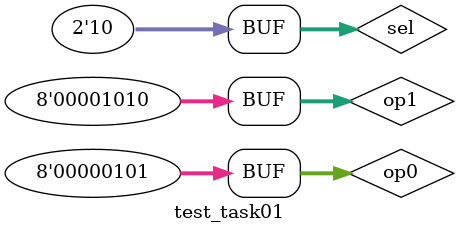
<source format=v>
`timescale 1ns / 1ps


module test_task01;

	// Inputs
	reg [7:0] op0;
	reg [7:0] op1;
	reg [1:0] sel;

	// Outputs
	wire [15:0] res;

	// Instantiate the Unit Under Test (UUT)
	task01 uut (
		.res(res), 
		.op0(op0), 
		.op1(op1), 
		.sel(sel)
	);

	initial begin
		// Initialize Inputs
		op0 = 5;
		op1 = 10;
		sel = 2;

		// Wait 100 ns for global reset to finish
		#100;
        
		// Add stimulus here

	end
      
endmodule


</source>
